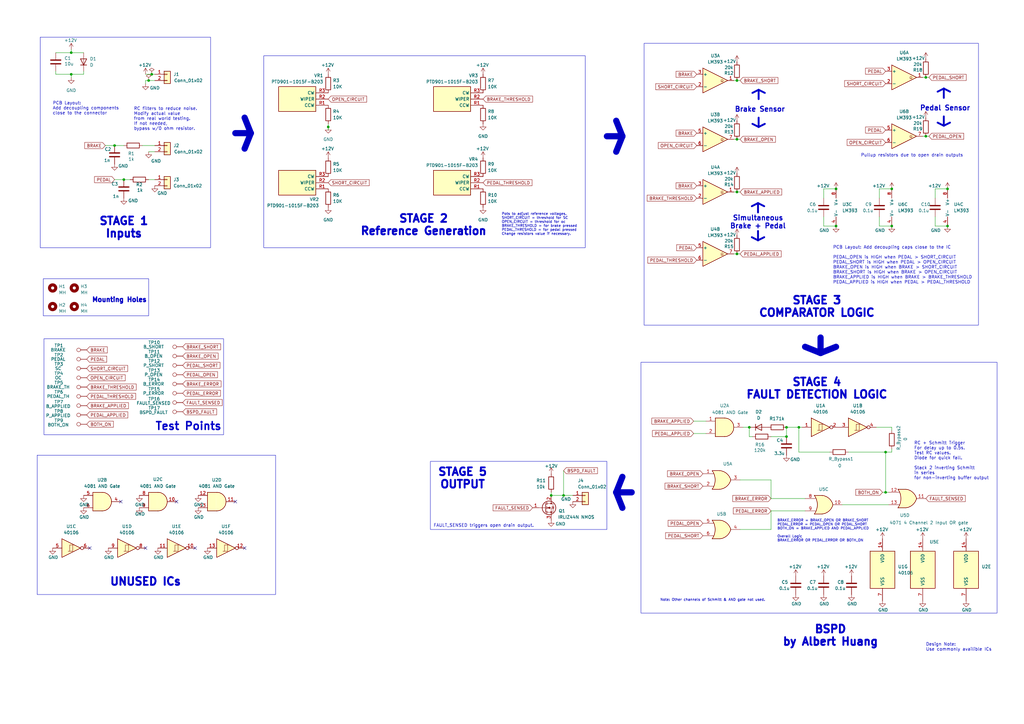
<source format=kicad_sch>
(kicad_sch (version 20250114) (generator "eeschema") (generator_version "9.0")
  (paper "A3")
  (rectangle (start 17.78 114.3) (end 60.96 129.54))
  (rectangle (start 176.53 189.23) (end 248.92 217.17))
  (rectangle (start 16.51 15.24) (end 86.36 101.6))
  (rectangle (start 264.16 17.78) (end 401.32 133.35))
  (rectangle (start 108.204 22.86) (end 240.03 101.6))
  (rectangle (start 262.89 148.59) (end 408.94 251.46))
  (rectangle (start 15.24 186.69) (end 113.03 243.84))
  (rectangle (start 18.034 138.938) (end 91.694 178.308))
  (text "STAGE 2\nReference Generation" (at 173.736 96.774 0) (effects (font (size 3.175 3.175) (thickness 0.762) (bold yes)) (justify bottom)))
  (text "STAGE 3\nCOMPARATOR LOGIC" (at 335.026 130.302 0) (effects (font (size 3.175 3.175) (thickness 0.762) (bold yes)) (justify bottom)))
  (text "Mounting Holes" (at 37.592 124.206 0) (effects (font (size 1.905 1.905) (thickness 0.635) (bold yes)) (justify left bottom)))
  (text "RC filters to reduce noise.\nModify actual value \nfrom real world testing.\nIf not needed, \nbypass w/0 ohm resistor." (at 54.864 48.768 0) (effects (font (size 1.27 1.27)) (justify left)))
  (text "PCB Layout: \nAdd decoupling components\nclose to the connector" (at 21.59 44.45 0) (effects (font (size 1.27 1.27)) (justify left)))
  (text "Note: Other channels of Schmitt & AND gate not used." (at 270.764 246.126 0) (effects (font (size 1.016 1.016)) (justify left)))
  (text "Pedal Sensor" (at 377.19 44.45 0) (effects (font (size 2.032 2.032) (thickness 0.4064) (bold yes)) (justify left)))
  (text "STAGE 1\nInputs" (at 50.8 97.79 0) (effects (font (size 3.175 3.175) (thickness 0.762) (bold yes)) (justify bottom)))
  (text "UNUSED ICs" (at 59.69 240.538 0) (effects (font (size 3.175 3.175) (thickness 0.762) (bold yes)) (justify bottom)))
  (text "BRAKE_ERROR = BRAKE_OPEN OR BRAKE_SHORT\nPEDAL_ERROR = PEDAL_OPEN OR PEDAL_SHORT\nBOTH_ON = BRAKE_APPLIED AND PEDAL_APPLIED\n\nOverall Logic\nBRAKE_ERROR OR PEDAL_ERROR OR BOTH_ON" (at 318.77 217.678 0) (effects (font (size 1.016 1.016)) (justify left)))
  (text "Pots to adjust reference voltages.\nSHORT_CIRCUIT = threshold for SC\nOPEN_CIRCUIT = threshold for oc\nBRAKE_THRESHOLD = for brake pressed\nPEDAL_THRESHOLD = for pedal pressed\nChange resistors value if necessary." (at 205.74 91.948 0) (effects (font (size 1.016 1.016)) (justify left)))
  (text "RC + Schmitt Trigger\nFor delay up to 0.5s.\nTest RC values.\nDiode for quick fall.\n\nStack 2 inverting Schmitt \nin series \nfor non-inverting buffer output" (at 374.904 188.976 0) (effects (font (size 1.27 1.27)) (justify left)))
  (text "Test Points" (at 63.5 176.784 0) (effects (font (size 3.175 3.175) (thickness 0.635) (bold yes)) (justify left bottom)))
  (text "STAGE 4\nFAULT DETECTION LOGIC" (at 335.026 163.83 0) (effects (font (size 3.175 3.175) (thickness 0.762) (bold yes)) (justify bottom)))
  (text "STAGE 5\nOUTPUT" (at 189.738 200.66 0) (effects (font (size 3.175 3.175) (thickness 0.762) (bold yes)) (justify bottom)))
  (text "PCB Layout: Add decoupling caps close to the IC\n\nPEDAL_OPEN is HIGH when PEDAL > SHORT_CIRCUIT\nPEDAL_SHORT is HIGH when PEDAL > OPEN_CIRCUIT\nBRAKE_OPEN is HIGH when BRAKE > SHORT_CIRCUIT\nBRAKE_SHORT is HIGH when BRAKE > OPEN_CIRCUIT\nBRAKE_APPLIED is HIGH when BRAKE > BRAKE_THRESHOLD\nPEDAL_APPLIED is HIGH when PEDAL > PEDAL_THRESHOLD" (at 341.63 108.712 0) (effects (font (size 1.27 1.27)) (justify left)))
  (text "Pullup resistors due to open drain outputs" (at 353.06 63.754 0) (effects (font (size 1.27 1.27)) (justify left)))
  (text "Design Note:\nUse commonly availible ICs" (at 379.73 265.43 0) (effects (font (size 1.27 1.27)) (justify left)))
  (text "FAULT_SENSED triggers open drain output." (at 177.8 215.646 0) (effects (font (size 1.27 1.27)) (justify left)))
  (text "Brake Sensor" (at 301.244 44.958 0) (effects (font (size 2.032 2.032) (thickness 0.4064) (bold yes)) (justify left)))
  (text "BSPD\nby Albert Huang" (at 340.614 265.176 0) (effects (font (size 3.175 3.175) (thickness 0.762) (bold yes)) (justify bottom)))
  (text "Simultaneous\nBrake + Pedal" (at 310.896 91.186 0) (effects (font (size 2.032 2.032) (thickness 0.4064) (bold yes))))
  (junction (at 307.34 175.26))
  (junction (at 302.26 57.15))
  (junction (at 363.22 185.42))
  (junction (at 302.26 78.74))
  (junction (at 50.8 73.66))
  (junction (at 302.26 33.02))
  (junction (at 363.22 201.93))
  (junction (at 134.62 52.07))
  (junction (at 365.76 92.71))
  (junction (at 342.9 77.47))
  (junction (at 29.21 21.59))
  (junction (at 342.9 92.71))
  (junction (at 322.58 175.26))
  (junction (at 226.06 203.2))
  (junction (at 302.26 104.14))
  (junction (at 322.58 179.07))
  (junction (at 379.73 55.88))
  (junction (at 60.96 33.02))
  (junction (at 388.62 92.71))
  (junction (at 365.76 77.47))
  (junction (at 29.21 30.48))
  (junction (at 379.73 31.75))
  (junction (at 231.14 203.2))
  (junction (at 327.66 175.26))
  (junction (at 62.23 30.48))
  (junction (at 46.99 59.69))
  (junction (at 388.62 77.47))
  (no_connect (at 100.33 224.79))
  (no_connect (at 59.69 224.79))
  (no_connect (at 72.39 205.74))
  (no_connect (at 80.01 224.79))
  (no_connect (at 96.52 205.74))
  (no_connect (at 49.53 205.74))
  (no_connect (at 36.83 224.79))
  (wire (pts (xy 34.29 29.21) (xy 34.29 30.48)))
  (wire (pts (xy 59.69 34.29) (xy 59.69 33.02)))
  (wire (pts (xy 322.58 179.07) (xy 316.23 179.07)))
  (polyline (pts (xy 311.15 36.83) (xy 308.61 38.1)) (stroke (width 0.762)))
  (wire (pts (xy 337.82 81.28) (xy 337.82 77.47)))
  (wire (pts (xy 303.53 33.02) (xy 302.26 33.02)))
  (polyline (pts (xy 311.15 48.26) (xy 311.15 52.07)) (stroke (width 0.762)))
  (wire (pts (xy 60.96 73.66) (xy 63.5 73.66)))
  (wire (pts (xy 284.48 172.72) (xy 289.56 172.72)))
  (wire (pts (xy 59.69 33.02) (xy 60.96 33.02)))
  (polyline (pts (xy 310.896 83.312) (xy 308.356 84.582)) (stroke (width 0.762)))
  (wire (pts (xy 46.99 73.66) (xy 50.8 73.66)))
  (wire (pts (xy 29.21 30.48) (xy 22.86 30.48)))
  (wire (pts (xy 322.58 175.26) (xy 322.58 179.07)))
  (wire (pts (xy 327.66 185.42) (xy 327.66 175.26)))
  (polyline (pts (xy 310.896 98.552) (xy 313.436 97.282)) (stroke (width 0.762)))
  (wire (pts (xy 365.76 184.15) (xy 365.76 185.42)))
  (wire (pts (xy 231.14 203.2) (xy 234.95 203.2)))
  (polyline (pts (xy 387.096 36.322) (xy 384.556 37.592)) (stroke (width 0.762)))
  (wire (pts (xy 361.95 201.93) (xy 363.22 201.93)))
  (wire (pts (xy 302.26 78.74) (xy 300.99 78.74)))
  (polyline (pts (xy 100.33 60.96) (xy 102.87 54.61)) (stroke (width 2.54)))
  (polyline (pts (xy 308.61 50.8) (xy 311.15 52.07)) (stroke (width 0.762)))
  (polyline (pts (xy 255.27 55.88) (xy 252.73 49.53)) (stroke (width 2.54)))
  (wire (pts (xy 383.54 77.47) (xy 388.62 77.47)))
  (wire (pts (xy 360.68 92.71) (xy 365.76 92.71)))
  (wire (pts (xy 29.21 30.48) (xy 34.29 30.48)))
  (polyline (pts (xy 387.096 51.562) (xy 389.636 50.292)) (stroke (width 0.762)))
  (wire (pts (xy 379.73 55.88) (xy 378.46 55.88)))
  (wire (pts (xy 337.82 88.9) (xy 337.82 92.71)))
  (wire (pts (xy 379.73 31.75) (xy 378.46 31.75)))
  (polyline (pts (xy 310.896 94.742) (xy 310.896 98.552)) (stroke (width 0.762)))
  (wire (pts (xy 316.23 217.17) (xy 303.53 217.17)))
  (wire (pts (xy 360.68 88.9) (xy 360.68 92.71)))
  (wire (pts (xy 134.62 52.07) (xy 134.62 53.34)))
  (polyline (pts (xy 308.356 97.282) (xy 310.896 98.552)) (stroke (width 0.762)))
  (polyline (pts (xy 252.73 62.23) (xy 255.27 55.88)) (stroke (width 2.54)))
  (wire (pts (xy 360.68 77.47) (xy 365.76 77.47)))
  (polyline (pts (xy 259.08 201.93) (xy 252.73 201.93)) (stroke (width 2.54)))
  (polyline (pts (xy 311.15 52.07) (xy 313.69 50.8)) (stroke (width 0.762)))
  (wire (pts (xy 60.96 33.02) (xy 63.5 33.02)))
  (wire (pts (xy 327.66 175.26) (xy 322.58 175.26)))
  (polyline (pts (xy 313.436 84.582) (xy 310.896 83.312)) (stroke (width 0.762)))
  (wire (pts (xy 303.53 78.74) (xy 302.26 78.74)))
  (polyline (pts (xy 330.2 142.24) (xy 336.55 144.78)) (stroke (width 2.54)))
  (wire (pts (xy 381 55.88) (xy 379.73 55.88)))
  (wire (pts (xy 316.23 209.55) (xy 330.2 209.55)))
  (polyline (pts (xy 255.27 208.28) (xy 252.73 201.93)) (stroke (width 2.54)))
  (wire (pts (xy 316.23 204.47) (xy 330.2 204.47)))
  (polyline (pts (xy 387.096 47.752) (xy 387.096 51.562)) (stroke (width 0.762)))
  (wire (pts (xy 302.26 104.14) (xy 300.99 104.14)))
  (polyline (pts (xy 384.556 50.292) (xy 387.096 51.562)) (stroke (width 0.762)))
  (wire (pts (xy 29.21 21.59) (xy 22.86 21.59)))
  (wire (pts (xy 303.53 104.14) (xy 302.26 104.14)))
  (polyline (pts (xy 252.73 201.93) (xy 255.27 195.58)) (stroke (width 2.54)))
  (wire (pts (xy 359.41 175.26) (xy 365.76 175.26)))
  (wire (pts (xy 381 31.75) (xy 379.73 31.75)))
  (wire (pts (xy 307.34 175.26) (xy 307.34 179.07)))
  (wire (pts (xy 226.06 201.93) (xy 226.06 203.2)))
  (wire (pts (xy 347.98 185.42) (xy 363.22 185.42)))
  (polyline (pts (xy 96.52 54.61) (xy 102.87 54.61)) (stroke (width 2.54)))
  (wire (pts (xy 302.26 57.15) (xy 303.53 57.15)))
  (wire (pts (xy 60.96 62.23) (xy 63.5 62.23)))
  (wire (pts (xy 43.18 59.69) (xy 46.99 59.69)))
  (polyline (pts (xy 248.92 55.88) (xy 255.27 55.88)) (stroke (width 2.54)))
  (wire (pts (xy 316.23 196.85) (xy 303.53 196.85)))
  (wire (pts (xy 337.82 77.47) (xy 342.9 77.47)))
  (wire (pts (xy 231.14 193.04) (xy 231.14 203.2)))
  (wire (pts (xy 383.54 81.28) (xy 383.54 77.47)))
  (polyline (pts (xy 102.87 54.61) (xy 100.33 48.26)) (stroke (width 2.54)))
  (wire (pts (xy 316.23 196.85) (xy 316.23 204.47)))
  (wire (pts (xy 29.21 21.59) (xy 34.29 21.59)))
  (polyline (pts (xy 387.096 40.132) (xy 387.096 36.322)) (stroke (width 0.762)))
  (wire (pts (xy 345.44 207.01) (xy 364.49 207.01)))
  (wire (pts (xy 316.23 209.55) (xy 316.23 217.17)))
  (wire (pts (xy 360.68 81.28) (xy 360.68 77.47)))
  (wire (pts (xy 29.21 20.32) (xy 29.21 21.59)))
  (wire (pts (xy 307.34 179.07) (xy 308.61 179.07)))
  (polyline (pts (xy 313.69 38.1) (xy 311.15 36.83)) (stroke (width 0.762)))
  (polyline (pts (xy 336.55 144.78) (xy 342.9 142.24)) (stroke (width 2.54)))
  (wire (pts (xy 337.82 92.71) (xy 342.9 92.71)))
  (polyline (pts (xy 336.55 138.43) (xy 336.55 144.78)) (stroke (width 2.54)))
  (wire (pts (xy 304.8 175.26) (xy 307.34 175.26)))
  (polyline (pts (xy 311.15 40.64) (xy 311.15 36.83)) (stroke (width 0.762)))
  (wire (pts (xy 59.69 30.48) (xy 62.23 30.48)))
  (wire (pts (xy 46.99 59.69) (xy 50.8 59.69)))
  (wire (pts (xy 383.54 92.71) (xy 388.62 92.71)))
  (polyline (pts (xy 310.896 87.122) (xy 310.896 83.312)) (stroke (width 0.762)))
  (wire (pts (xy 226.06 203.2) (xy 231.14 203.2)))
  (wire (pts (xy 340.36 185.42) (xy 327.66 185.42)))
  (wire (pts (xy 284.48 177.8) (xy 289.56 177.8)))
  (wire (pts (xy 62.23 30.48) (xy 63.5 30.48)))
  (polyline (pts (xy 389.636 37.592) (xy 387.096 36.322)) (stroke (width 0.762)))
  (wire (pts (xy 22.86 30.48) (xy 22.86 29.21)))
  (wire (pts (xy 363.22 185.42) (xy 363.22 201.93)))
  (wire (pts (xy 363.22 185.42) (xy 365.76 185.42)))
  (wire (pts (xy 363.22 201.93) (xy 364.49 201.93)))
  (wire (pts (xy 50.8 73.66) (xy 53.34 73.66)))
  (wire (pts (xy 300.99 57.15) (xy 302.26 57.15)))
  (wire (pts (xy 29.21 31.75) (xy 29.21 30.48)))
  (wire (pts (xy 58.42 59.69) (xy 63.5 59.69)))
  (wire (pts (xy 302.26 33.02) (xy 300.99 33.02)))
  (wire (pts (xy 365.76 175.26) (xy 365.76 176.53)))
  (wire (pts (xy 383.54 88.9) (xy 383.54 92.71)))
  (wire (pts (xy 134.62 52.07) (xy 134.62 50.8)))
  (wire (pts (xy 328.93 175.26) (xy 327.66 175.26)))
  (global_label "OPEN_CIRCUIT" (shape input) (at 363.22 58.42 180) (property "Intersheetrefs" "${INTERSHEET_REFS}" (effects (hide yes))))
  (global_label "BRAKE_OPEN" (shape input) (at 74.93 146.05 0) (property "Intersheetrefs" "${INTERSHEET_REFS}" (effects (hide yes))))
  (global_label "FAULT_SENSED" (shape input) (at 379.73 204.47 0) (property "Intersheetrefs" "${INTERSHEET_REFS}" (effects (hide yes))))
  (global_label "BRAKE_APPLIED" (shape input) (at 303.53 78.74 0) (property "Intersheetrefs" "${INTERSHEET_REFS}" (effects (hide yes))))
  (global_label "BRAKE" (shape input) (at 285.75 76.2 180) (property "Intersheetrefs" "${INTERSHEET_REFS}" (effects (hide yes))))
  (global_label "BOTH_ON" (shape input) (at 35.56 173.99 0) (property "Intersheetrefs" "${INTERSHEET_REFS}" (effects (hide yes))))
  (global_label "PEDAL" (shape input) (at 46.99 73.66 180) (property "Intersheetrefs" "${INTERSHEET_REFS}" (effects (hide yes))))
  (global_label "PEDAL" (shape input) (at 285.75 101.6 180) (property "Intersheetrefs" "${INTERSHEET_REFS}" (effects (hide yes))))
  (global_label "BRAKE" (shape input) (at 43.18 59.69 180) (property "Intersheetrefs" "${INTERSHEET_REFS}" (effects (hide yes))))
  (global_label "PEDAL_THRESHOLD" (shape input) (at 35.56 162.56 0) (property "Intersheetrefs" "${INTERSHEET_REFS}" (effects (hide yes))))
  (global_label "BRAKE_THRESHOLD" (shape input) (at 285.75 81.28 180) (property "Intersheetrefs" "${INTERSHEET_REFS}" (effects (hide yes))))
  (global_label "SHORT_CIRCUIT" (shape input) (at 285.75 35.56 180) (property "Intersheetrefs" "${INTERSHEET_REFS}" (effects (hide yes))))
  (global_label "PEDAL_THRESHOLD" (shape input) (at 198.12 74.93 0) (property "Intersheetrefs" "${INTERSHEET_REFS}" (effects (hide yes))))
  (global_label "BRAKE" (shape input) (at 285.75 30.48 180) (property "Intersheetrefs" "${INTERSHEET_REFS}" (effects (hide yes))))
  (global_label "BRAKE_ERROR" (shape input) (at 316.23 204.47 180) (property "Intersheetrefs" "${INTERSHEET_REFS}" (effects (hide yes))))
  (global_label "PEDAL_APPLIED" (shape input) (at 284.48 177.8 180) (property "Intersheetrefs" "${INTERSHEET_REFS}" (effects (hide yes))))
  (global_label "BSPD_FAULT" (shape input) (at 74.93 168.91 0) (property "Intersheetrefs" "${INTERSHEET_REFS}" (effects (hide yes))))
  (global_label "PEDAL" (shape input) (at 363.22 29.21 180) (property "Intersheetrefs" "${INTERSHEET_REFS}" (effects (hide yes))))
  (global_label "PEDAL" (shape input) (at 35.56 147.32 0) (property "Intersheetrefs" "${INTERSHEET_REFS}" (effects (hide yes))))
  (global_label "FAULT_SENSED" (shape input) (at 218.44 208.28 180) (property "Intersheetrefs" "${INTERSHEET_REFS}" (effects (hide yes))))
  (global_label "PEDAL_SHORT" (shape input) (at 288.29 219.71 180) (property "Intersheetrefs" "${INTERSHEET_REFS}" (effects (hide yes))))
  (global_label "SHORT_CIRCUIT" (shape input) (at 35.56 151.13 0) (property "Intersheetrefs" "${INTERSHEET_REFS}" (effects (hide yes))))
  (global_label "OPEN_CIRCUIT" (shape input) (at 134.62 40.64 0) (property "Intersheetrefs" "${INTERSHEET_REFS}" (effects (hide yes))))
  (global_label "BRAKE_OPEN" (shape input) (at 303.53 57.15 0) (property "Intersheetrefs" "${INTERSHEET_REFS}" (effects (hide yes))))
  (global_label "BRAKE_SHORT" (shape input) (at 288.29 199.39 180) (property "Intersheetrefs" "${INTERSHEET_REFS}" (effects (hide yes))))
  (global_label "BRAKE_SHORT" (shape input) (at 303.53 33.02 0) (property "Intersheetrefs" "${INTERSHEET_REFS}" (effects (hide yes))))
  (global_label "BRAKE_APPLIED" (shape input) (at 284.48 172.72 180) (property "Intersheetrefs" "${INTERSHEET_REFS}" (effects (hide yes))))
  (global_label "OPEN_CIRCUIT" (shape input) (at 35.56 154.94 0) (property "Intersheetrefs" "${INTERSHEET_REFS}" (effects (hide yes))))
  (global_label "PEDAL" (shape input) (at 363.22 53.34 180) (property "Intersheetrefs" "${INTERSHEET_REFS}" (effects (hide yes))))
  (global_label "OPEN_CIRCUIT" (shape input) (at 285.75 59.69 180) (property "Intersheetrefs" "${INTERSHEET_REFS}" (effects (hide yes))))
  (global_label "PEDAL_OPEN" (shape input) (at 74.93 153.67 0) (property "Intersheetrefs" "${INTERSHEET_REFS}" (effects (hide yes))))
  (global_label "BRAKE_SHORT" (shape input) (at 74.93 142.24 0) (property "Intersheetrefs" "${INTERSHEET_REFS}" (effects (hide yes))))
  (global_label "BRAKE" (shape input) (at 35.56 143.51 0) (property "Intersheetrefs" "${INTERSHEET_REFS}" (effects (hide yes))))
  (global_label "PEDAL_ERROR" (shape input) (at 316.23 209.55 180) (property "Intersheetrefs" "${INTERSHEET_REFS}" (effects (hide yes))))
  (global_label "BRAKE_OPEN" (shape input) (at 288.29 194.31 180) (property "Intersheetrefs" "${INTERSHEET_REFS}" (effects (hide yes))))
  (global_label "BSPD_FAULT" (shape input) (at 231.14 193.04 0) (property "Intersheetrefs" "${INTERSHEET_REFS}" (effects (hide yes))))
  (global_label "PEDAL_APPLIED" (shape input) (at 303.53 104.14 0) (property "Intersheetrefs" "${INTERSHEET_REFS}" (effects (hide yes))))
  (global_label "PEDAL_SHORT" (shape input) (at 381 31.75 0) (property "Intersheetrefs" "${INTERSHEET_REFS}" (effects (hide yes))))
  (global_label "BRAKE_THRESHOLD" (shape input) (at 35.56 158.75 0) (property "Intersheetrefs" "${INTERSHEET_REFS}" (effects (hide yes))))
  (global_label "BRAKE_ERROR" (shape input) (at 74.93 157.48 0) (property "Intersheetrefs" "${INTERSHEET_REFS}" (effects (hide yes))))
  (global_label "PEDAL_APPLIED" (shape input) (at 35.56 170.18 0) (property "Intersheetrefs" "${INTERSHEET_REFS}" (effects (hide yes))))
  (global_label "PEDAL_OPEN" (shape input) (at 381 55.88 0) (property "Intersheetrefs" "${INTERSHEET_REFS}" (effects (hide yes))))
  (global_label "FAULT_SENSED" (shape input) (at 74.93 165.1 0) (property "Intersheetrefs" "${INTERSHEET_REFS}" (effects (hide yes))))
  (global_label "BRAKE_APPLIED" (shape input) (at 35.56 166.37 0) (property "Intersheetrefs" "${INTERSHEET_REFS}" (effects (hide yes))))
  (global_label "PEDAL_ERROR" (shape input) (at 74.93 161.29 0) (property "Intersheetrefs" "${INTERSHEET_REFS}" (effects (hide yes))))
  (global_label "PEDAL_OPEN" (shape input) (at 288.29 214.63 180) (property "Intersheetrefs" "${INTERSHEET_REFS}" (effects (hide yes))))
  (global_label "BRAKE_THRESHOLD" (shape input) (at 198.12 40.64 0) (property "Intersheetrefs" "${INTERSHEET_REFS}" (effects (hide yes))))
  (global_label "BOTH_ON" (shape input) (at 361.95 201.93 180) (property "Intersheetrefs" "${INTERSHEET_REFS}" (effects (hide yes))))
  (global_label "PEDAL_THRESHOLD" (shape input) (at 285.75 106.68 180) (property "Intersheetrefs" "${INTERSHEET_REFS}" (effects (hide yes))))
  (global_label "SHORT_CIRCUIT" (shape input) (at 134.62 74.93 0) (property "Intersheetrefs" "${INTERSHEET_REFS}" (effects (hide yes))))
  (global_label "SHORT_CIRCUIT" (shape input) (at 363.22 34.29 180) (property "Intersheetrefs" "${INTERSHEET_REFS}" (effects (hide yes))))
  (global_label "PEDAL_SHORT" (shape input) (at 74.93 149.86 0) (property "Intersheetrefs" "${INTERSHEET_REFS}" (effects (hide yes))))
  (global_label "BRAKE" (shape input) (at 285.75 54.61 180) (property "Intersheetrefs" "${INTERSHEET_REFS}" (effects (hide yes))))
  (symbol (lib_id "Device:R") (at 302.26 53.34 180) (unit 1)
    (property "Reference" "R13" (at 298.958 54.102 0))
    (property "Value" "20k" (at 298.958 51.816 0))
    (property "Footprint" "Resistor_SMD:R_0603_1608Metric" (effects (hide yes)))
  )
  (symbol (lib_id "power:GND") (at 81.28 208.28 0) (unit 1)
    (property "Reference" "#PWR017" (effects (hide yes)))
    (property "Value" "GND" (at 81.534 212.09 0))
  )
  (symbol (lib_id "4xxx:4071") (at 295.91 196.85 0) (unit 1)
    (property "Reference" "U5" (at 298.45 190.246 0))
    (property "Value" "4071 4 Channel 2 Input OR gate" (effects (hide yes)))
    (property "Footprint" "Package_DIP:DIP-14_W7.62mm_Socket" (effects (hide yes)))
    (property "Datasheet" "http://www.intersil.com/content/dam/Intersil/documents/cd40/cd4071bms-72bms-75bms.pdf" (effects (hide yes)))
    (property "Description" "Quad Or 2 inputs" (effects (hide yes)))
  )
  (symbol (lib_id "power:GND") (at 322.58 186.69 0) (unit 1)
    (property "Reference" "#PWR034" (effects (hide yes)))
    (property "Value" "GND" (at 326.136 188.468 0))
  )
  (symbol (lib_id "Device:R") (at 365.76 180.34 180) (unit 1)
    (property "Reference" "R_Bypass2" (at 368.554 179.578 90))
    (property "Value" "0" (at 371.348 180.086 90))
    (property "Footprint" "Resistor_SMD:R_0603_1608Metric" (effects (hide yes)))
  )
  (symbol (lib_id "Device:R") (at 302.26 74.93 180) (unit 1)
    (property "Reference" "R14" (at 298.958 75.692 0))
    (property "Value" "20k" (at 298.958 73.406 0))
    (property "Footprint" "Resistor_SMD:R_0603_1608Metric" (effects (hide yes)))
  )
  (symbol (lib_id "Device:R") (at 318.77 175.26 90) (unit 1)
    (property "Reference" "R17" (at 317.5 171.704 90))
    (property "Value" "1k" (at 320.548 171.704 90))
    (property "Footprint" "Resistor_SMD:R_0603_1608Metric" (effects (hide yes)))
  )
  (symbol (lib_id "Connector:TestPoint") (at 74.93 146.05 90) (unit 1)
    (property "Reference" "TP11" (at 63.246 144.272 90))
    (property "Value" "B_OPEN" (at 62.992 146.05 90))
    (property "Footprint" "TestPoint:TestPoint_Pad_D2.5mm" (effects (hide yes)))
    (property "Description" "test point" (effects (hide yes)))
  )
  (symbol (lib_id "power:+12V") (at 379.73 24.13 0) (mirror y) (unit 1)
    (property "Reference" "#PWR049" (effects (hide yes)))
    (property "Value" "+12V" (at 376.682 23.876 0))
  )
  (symbol (lib_id "power:GND") (at 198.12 85.09 0) (unit 1)
    (property "Reference" "#PWR026" (effects (hide yes)))
    (property "Value" "GND" (at 198.12 90.17 0))
  )
  (symbol (lib_id "Connector_Generic:Conn_01x02") (at 240.03 203.2 0) (unit 1)
    (property "Reference" "J4" (at 236.982 197.104 0) (effects (justify left)))
    (property "Value" "Conn_01x02" (at 236.982 199.644 0) (effects (justify left)))
    (property "Footprint" "Connector_Molex:Molex_CLIK-Mate_502382-0270_1x02-1MP_P1.25mm_Vertical" (effects (hide yes)))
  )
  (symbol (lib_id "Connector:TestPoint") (at 35.56 143.51 90) (unit 1)
    (property "Reference" "TP1" (at 24.13 141.732 90))
    (property "Value" "BRAKE" (at 23.876 143.51 90))
    (property "Footprint" "TestPoint:TestPoint_Pad_D2.5mm" (effects (hide yes)))
    (property "Description" "test point" (effects (hide yes)))
  )
  (symbol (lib_id "Connector:TestPoint") (at 74.93 153.67 90) (unit 1)
    (property "Reference" "TP13" (at 63.246 151.892 90))
    (property "Value" "P_OPEN" (at 62.992 153.67 90))
    (property "Footprint" "TestPoint:TestPoint_Pad_D2.5mm" (effects (hide yes)))
    (property "Description" "test point" (effects (hide yes)))
  )
  (symbol (lib_id "power:+12V") (at 365.76 77.47 0) (mirror y) (unit 1)
    (property "Reference" "#PWR045" (effects (hide yes)))
    (property "Value" "+12V" (at 360.426 76.2 0))
  )
  (symbol (lib_id "PTD901-1015F-B203:PTD901-1015F-B203") (at 134.62 38.1 0) (mirror y) (unit 1)
    (property "Reference" "VR1" (at 132.588 30.988 0) (effects (justify left)))
    (property "Value" "PTD901-1015F-B203" (at 132.588 33.528 0) (effects (justify left)))
    (property "Footprint" "Potentiometer_THT:PTD9011015FB203" (effects (hide yes)))
    (property "Datasheet" "https://www.digikey.ph/en/products/detail/bourns-inc/PTD901-1015F-B203/4699444" (effects (hide yes)))
    (property "Description" "Res Carbon Film POT 20K Ohm 10% 0.05W(1/20W) 1(Elec)/1(Mech)Turns 6mm (22.05 X 9.5 X 11.3mm) Pin Panel Mount/Through Hole" (effects (hide yes)))
    (property "Height" "11.9" (effects (hide yes)))
    (property "Mouser Part Number" "652-PTD901-1015FB203" (effects (hide yes)))
    (property "Mouser Price/Stock" "https://www.mouser.co.uk/ProductDetail/Bourns/PTD901-1015F-B203?qs=kWCfjVKDuI2E4NFIGwREVA%3D%3D" (effects (hide yes)))
    (property "Manufacturer_Name" "Bourns" (effects (hide yes)))
    (property "Manufacturer_Part_Number" "PTD901-1015F-B203" (effects (hide yes)))
  )
  (symbol (lib_id "Connector:TestPoint") (at 74.93 157.48 90) (unit 1)
    (property "Reference" "TP14" (at 63.246 155.702 90))
    (property "Value" "B_ERROR" (at 62.992 157.48 90))
    (property "Footprint" "TestPoint:TestPoint_Pad_D2.5mm" (effects (hide yes)))
    (property "Description" "test point" (effects (hide yes)))
  )
  (symbol (lib_id "4xxx:4081") (at 297.18 175.26 0) (unit 1)
    (property "Reference" "U2" (at 297.1717 166.37 0))
    (property "Value" "4081 AND Gate" (at 299.466 169.164 0))
    (property "Footprint" "Package_DIP:DIP-14_W7.62mm_Socket" (effects (hide yes)))
    (property "Datasheet" "http://www.intersil.com/content/dam/Intersil/documents/cd40/cd4073bms-81bms-82bms.pdf" (effects (hide yes)))
    (property "Description" "Quad And 2 inputs" (effects (hide yes)))
  )
  (symbol (lib_id "Comparator:LM393") (at 293.37 33.02 0) (unit 1)
    (property "Reference" "U3" (at 293.37 22.86 0))
    (property "Value" "LM393" (at 293.37 25.4 0))
    (property "Footprint" "Package_DIP:DIP-8_W7.62mm_Socket" (effects (hide yes)))
    (property "Datasheet" "http://www.ti.com/lit/ds/symlink/lm393.pdf" (effects (hide yes)))
    (property "Description" "Low-Power, Low-Offset Voltage, Dual Comparators, DIP-8/SOIC-8/TO-99-8" (effects (hide yes)))
  )
  (symbol (lib_id "Device:D") (at 311.15 175.26 0) (unit 1)
    (property "Reference" "D2" (at 311.15 168.91 0))
    (property "Value" "D" (at 311.15 171.45 0))
    (property "Footprint" "Diode_SMD:D_0603_1608Metric" (effects (hide yes)))
    (property "Description" "Diode" (effects (hide yes)))
    (property "Sim.Device" "D" (effects (hide yes)))
    (property "Sim.Pins" "1=K 2=A" (effects (hide yes)))
  )
  (symbol (lib_id "Mechanical:MountingHole") (at 21.59 125.73 0) (unit 1)
    (property "Reference" "H2" (at 24.13 125.095 0) (effects (justify left)))
    (property "Value" "MH" (at 24.13 127.635 0) (effects (justify left)))
    (property "Footprint" "MountingHole:MountingHole_3mm" (effects (hide yes)))
  )
  (symbol (lib_id "Device:R") (at 198.12 46.99 0) (unit 1)
    (property "Reference" "R8" (at 200.025 45.7199 0) (effects (justify left)))
    (property "Value" "10K" (at 200.025 48.2599 0) (effects (justify left)))
    (property "Footprint" "Resistor_SMD:R_0603_1608Metric" (effects (hide yes)))
  )
  (symbol (lib_id "Device:D") (at 34.29 25.4 90) (unit 1)
    (property "Reference" "D1" (at 36.83 24.1299 90) (effects (justify right)))
    (property "Value" "D" (at 36.83 26.6699 90) (effects (justify right)))
    (property "Footprint" "Diode_SMD:D_0603_1608Metric" (effects (hide yes)))
    (property "Description" "Diode" (effects (hide yes)))
    (property "Sim.Device" "D" (effects (hide yes)))
    (property "Sim.Pins" "1=K 2=A" (effects (hide yes)))
  )
  (symbol (lib_id "power:GND") (at 361.95 246.38 0) (unit 1)
    (property "Reference" "#PWR044" (effects (hide yes)))
    (property "Value" "GND" (at 362.204 250.19 0))
  )
  (symbol (lib_id "PTD901-1015F-B203:PTD901-1015F-B203") (at 134.62 72.39 0) (mirror y) (unit 1)
    (property "Reference" "VR2" (at 130.81 81.788 0) (effects (justify left)))
    (property "Value" "PTD901-1015F-B203" (at 130.81 84.328 0) (effects (justify left)))
    (property "Footprint" "Potentiometer_THT:PTD9011015FB203" (effects (hide yes)))
    (property "Datasheet" "https://www.digikey.ph/en/products/detail/bourns-inc/PTD901-1015F-B203/4699444" (effects (hide yes)))
    (property "Description" "Res Carbon Film POT 20K Ohm 10% 0.05W(1/20W) 1(Elec)/1(Mech)Turns 6mm (22.05 X 9.5 X 11.3mm) Pin Panel Mount/Through Hole" (effects (hide yes)))
    (property "Height" "11.9" (effects (hide yes)))
    (property "Mouser Part Number" "652-PTD901-1015FB203" (effects (hide yes)))
    (property "Mouser Price/Stock" "https://www.mouser.co.uk/ProductDetail/Bourns/PTD901-1015F-B203?qs=kWCfjVKDuI2E4NFIGwREVA%3D%3D" (effects (hide yes)))
    (property "Manufacturer_Name" "Bourns" (effects (hide yes)))
    (property "Manufacturer_Part_Number" "PTD901-1015F-B203" (effects (hide yes)))
  )
  (symbol (lib_id "power:GND") (at 388.62 92.71 0) (mirror y) (unit 1)
    (property "Reference" "#PWR052" (effects (hide yes)))
    (property "Value" "GND" (at 383.794 94.488 0))
  )
  (symbol (lib_id "Device:R") (at 198.12 81.28 0) (unit 1)
    (property "Reference" "R10" (at 200.025 80.0099 0) (effects (justify left)))
    (property "Value" "10K" (at 200.025 82.5499 0) (effects (justify left)))
    (property "Footprint" "Resistor_SMD:R_0603_1608Metric" (effects (hide yes)))
  )
  (symbol (lib_id "power:+12V") (at 302.26 25.4 0) (mirror y) (unit 1)
    (property "Reference" "#PWR030" (effects (hide yes)))
    (property "Value" "+12V" (at 299.212 25.146 0))
  )
  (symbol (lib_id "power:GND") (at 337.82 243.84 0) (unit 1)
    (property "Reference" "#PWR038" (effects (hide yes)))
    (property "Value" "GND" (at 338.074 247.65 0))
  )
  (symbol (lib_id "Device:R") (at 302.26 29.21 180) (unit 1)
    (property "Reference" "R12" (at 298.958 29.972 0))
    (property "Value" "20k" (at 298.958 27.686 0))
    (property "Footprint" "Resistor_SMD:R_0603_1608Metric" (effects (hide yes)))
  )
  (symbol (lib_id "power:GND") (at 85.09 224.79 0) (unit 1)
    (property "Reference" "#PWR018" (effects (hide yes)))
    (property "Value" "GND" (at 85.344 228.6 0))
  )
  (symbol (lib_id "Comparator:LM393") (at 293.37 78.74 0) (unit 1)
    (property "Reference" "U4" (at 293.37 68.58 0))
    (property "Value" "LM393" (at 293.37 71.12 0))
    (property "Footprint" "Package_DIP:DIP-8_W7.62mm_Socket" (effects (hide yes)))
    (property "Datasheet" "http://www.ti.com/lit/ds/symlink/lm393.pdf" (effects (hide yes)))
    (property "Description" "Low-Power, Low-Offset Voltage, Dual Comparators, DIP-8/SOIC-8/TO-99-8" (effects (hide yes)))
  )
  (symbol (lib_id "power:GND") (at 50.8 81.28 0) (mirror y) (unit 1)
    (property "Reference" "#PWR08" (effects (hide yes)))
    (property "Value" "GND" (at 54.61 82.296 0))
  )
  (symbol (lib_id "power:GND") (at 57.15 208.28 0) (unit 1)
    (property "Reference" "#PWR010" (effects (hide yes)))
    (property "Value" "GND" (at 57.404 210.82 0))
  )
  (symbol (lib_id "power:GND") (at 21.59 224.79 0) (unit 1)
    (property "Reference" "#PWR01" (effects (hide yes)))
    (property "Value" "GND" (at 21.844 228.6 0))
  )
  (symbol (lib_id "power:+12V") (at 59.69 30.48 0) (mirror y) (unit 1)
    (property "Reference" "#PWR011" (effects (hide yes)))
    (property "Value" "+12V" (at 59.436 26.67 0))
  )
  (symbol (lib_id "4xxx:4071") (at 378.46 233.68 0) (unit 5)
    (property "Reference" "U5" (at 381.254 222.25 0) (effects (justify left)))
    (property "Value" "4071 4 Channel 2 Input OR gate" (effects (hide yes)))
    (property "Footprint" "Package_DIP:DIP-14_W7.62mm_Socket" (effects (hide yes)))
    (property "Datasheet" "http://www.intersil.com/content/dam/Intersil/documents/cd40/cd4071bms-72bms-75bms.pdf" (effects (hide yes)))
    (property "Description" "Quad Or 2 inputs" (effects (hide yes)))
  )
  (symbol (lib_id "Device:C") (at 46.99 63.5 0) (unit 1)
    (property "Reference" "C2" (at 42.926 61.214 0) (effects (justify left)))
    (property "Value" "1n" (at 42.672 65.786 0) (effects (justify left)))
    (property "Footprint" "Capacitor_SMD:C_0603_1608Metric" (effects (hide yes)))
  )
  (symbol (lib_id "power:GND") (at 34.29 203.2 0) (unit 1)
    (property "Reference" "#PWR04" (effects (hide yes)))
    (property "Value" "GND" (at 34.544 207.01 0))
  )
  (symbol (lib_id "power:+12V") (at 198.12 64.77 0) (mirror y) (unit 1)
    (property "Reference" "#PWR025" (effects (hide yes)))
    (property "Value" "+12V" (at 197.866 60.96 0))
  )
  (symbol (lib_id "4xxx:4081") (at 396.24 233.68 0) (unit 5)
    (property "Reference" "U2" (at 402.59 232.4099 0) (effects (justify left)))
    (property "Value" "4081 AND Gate" (effects (hide yes)))
    (property "Footprint" "Package_DIP:DIP-14_W7.62mm_Socket" (effects (hide yes)))
    (property "Datasheet" "http://www.intersil.com/content/dam/Intersil/documents/cd40/cd4073bms-81bms-82bms.pdf" (effects (hide yes)))
    (property "Description" "Quad And 2 inputs" (effects (hide yes)))
  )
  (symbol (lib_id "power:PWR_FLAG") (at 62.23 30.48 0) (mirror y) (unit 1)
    (property "Reference" "#FLG02" (effects (hide yes)))
    (property "Value" "PWR_FLAG" (effects (hide yes)))
  )
  (symbol (lib_id "Comparator:LM393") (at 293.37 57.15 0) (unit 2)
    (property "Reference" "U3" (at 293.37 46.99 0))
    (property "Value" "LM393" (at 293.37 49.53 0))
    (property "Footprint" "Package_DIP:DIP-8_W7.62mm_Socket" (effects (hide yes)))
    (property "Datasheet" "http://www.ti.com/lit/ds/symlink/lm393.pdf" (effects (hide yes)))
    (property "Description" "Low-Power, Low-Offset Voltage, Dual Comparators, DIP-8/SOIC-8/TO-99-8" (effects (hide yes)))
  )
  (symbol (lib_id "Device:R") (at 54.61 59.69 90) (unit 1)
    (property "Reference" "R1" (at 53.848 62.992 90))
    (property "Value" "1k" (at 53.848 65.278 90))
    (property "Footprint" "Resistor_SMD:R_0603_1608Metric" (effects (hide yes)))
  )
  (symbol (lib_id "power:+12V") (at 302.26 96.52 0) (mirror y) (unit 1)
    (property "Reference" "#PWR033" (effects (hide yes)))
    (property "Value" "+12V" (at 299.212 96.266 0))
  )
  (symbol (lib_id "power:+12V") (at 134.62 64.77 0) (mirror y) (unit 1)
    (property "Reference" "#PWR021" (effects (hide yes)))
    (property "Value" "+12V" (at 134.366 60.96 0))
  )
  (symbol (lib_id "Connector:TestPoint") (at 35.56 173.99 90) (unit 1)
    (property "Reference" "TP9" (at 24.13 172.466 90))
    (property "Value" "BOTH_ON" (at 23.876 174.244 90))
    (property "Footprint" "TestPoint:TestPoint_Pad_D2.5mm" (effects (hide yes)))
    (property "Description" "test point" (effects (hide yes)))
  )
  (symbol (lib_id "Comparator:LM393") (at 370.84 55.88 0) (unit 2)
    (property "Reference" "U6" (at 370.84 45.72 0))
    (property "Value" "LM393" (at 370.84 48.26 0))
    (property "Footprint" "Package_DIP:DIP-8_W7.62mm_Socket" (effects (hide yes)))
    (property "Datasheet" "http://www.ti.com/lit/ds/symlink/lm393.pdf" (effects (hide yes)))
    (property "Description" "Low-Power, Low-Offset Voltage, Dual Comparators, DIP-8/SOIC-8/TO-99-8" (effects (hide yes)))
  )
  (symbol (lib_id "Comparator:LM393") (at 293.37 104.14 0) (unit 2)
    (property "Reference" "U4" (at 293.37 93.98 0))
    (property "Value" "LM393" (at 293.37 96.52 0))
    (property "Footprint" "Package_DIP:DIP-8_W7.62mm_Socket" (effects (hide yes)))
    (property "Datasheet" "http://www.ti.com/lit/ds/symlink/lm393.pdf" (effects (hide yes)))
    (property "Description" "Low-Power, Low-Offset Voltage, Dual Comparators, DIP-8/SOIC-8/TO-99-8" (effects (hide yes)))
  )
  (symbol (lib_id "Connector:TestPoint") (at 35.56 158.75 90) (unit 1)
    (property "Reference" "TP5" (at 24.13 156.972 90))
    (property "Value" "BRAKE_TH" (at 23.876 158.75 90))
    (property "Footprint" "TestPoint:TestPoint_Pad_D2.5mm" (effects (hide yes)))
    (property "Description" "test point" (effects (hide yes)))
  )
  (symbol (lib_id "Connector:TestPoint") (at 35.56 151.13 90) (unit 1)
    (property "Reference" "TP3" (at 24.13 149.352 90))
    (property "Value" "SC" (at 23.876 151.13 90))
    (property "Footprint" "TestPoint:TestPoint_Pad_D2.5mm" (effects (hide yes)))
    (property "Description" "test point" (effects (hide yes)))
  )
  (symbol (lib_id "4xxx:40106") (at 351.79 175.26 0) (unit 2)
    (property "Reference" "U1" (at 351.79 166.37 0))
    (property "Value" "40106" (at 351.79 168.91 0))
    (property "Footprint" "Package_DIP:DIP-14_W7.62mm_Socket" (effects (hide yes)))
    (property "Datasheet" "https://assets.nexperia.com/documents/data-sheet/HEF40106B.pdf" (effects (hide yes)))
    (property "Description" "Hex Schmitt trigger inverter" (effects (hide yes)))
  )
  (symbol (lib_id "power:PWR_FLAG") (at 60.96 33.02 0) (mirror y) (unit 1)
    (property "Reference" "#FLG01" (effects (hide yes)))
    (property "Value" "PWR_FLAG" (effects (hide yes)))
  )
  (symbol (lib_id "Device:R") (at 57.15 73.66 90) (unit 1)
    (property "Reference" "R2" (at 57.15 75.692 90))
    (property "Value" "1k" (at 57.404 77.978 90))
    (property "Footprint" "Resistor_SMD:R_0603_1608Metric" (effects (hide yes)))
  )
  (symbol (lib_id "Device:R") (at 134.62 34.29 0) (unit 1)
    (property "Reference" "R3" (at 136.525 33.0199 0) (effects (justify left)))
    (property "Value" "10K" (at 136.525 35.5599 0) (effects (justify left)))
    (property "Footprint" "Resistor_SMD:R_0603_1608Metric" (effects (hide yes)))
  )
  (symbol (lib_id "power:GND") (at 365.76 92.71 0) (mirror y) (unit 1)
    (property "Reference" "#PWR046" (effects (hide yes)))
    (property "Value" "GND" (at 360.934 94.488 0))
  )
  (symbol (lib_id "4xxx:4071") (at 372.11 204.47 0) (unit 4)
    (property "Reference" "U5" (at 371.094 211.328 0))
    (property "Value" "4071 4 Channel 2 Input OR gate" (at 381 214.376 0))
    (property "Footprint" "Package_DIP:DIP-14_W7.62mm_Socket" (effects (hide yes)))
    (property "Datasheet" "http://www.intersil.com/content/dam/Intersil/documents/cd40/cd4071bms-72bms-75bms.pdf" (effects (hide yes)))
    (property "Description" "Quad Or 2 inputs" (effects (hide yes)))
  )
  (symbol (lib_id "power:+12V") (at 388.62 77.47 0) (mirror y) (unit 1)
    (property "Reference" "#PWR051" (effects (hide yes)))
    (property "Value" "+12V" (at 383.286 76.2 0))
  )
  (symbol (lib_id "power:GND") (at 63.5 76.2 0) (unit 1)
    (property "Reference" "#PWR014" (effects (hide yes)))
    (property "Value" "GND" (at 66.548 79.248 0))
  )
  (symbol (lib_id "4xxx:40106") (at 361.95 233.68 0) (unit 7)
    (property "Reference" "U1" (at 368.3 232.4099 0) (effects (justify left)))
    (property "Value" "40106" (at 368.3 234.9499 0) (effects (justify left)))
    (property "Footprint" "Package_DIP:DIP-14_W7.62mm_Socket" (effects (hide yes)))
    (property "Datasheet" "https://assets.nexperia.com/documents/data-sheet/HEF40106B.pdf" (effects (hide yes)))
    (property "Description" "Hex Schmitt trigger inverter" (effects (hide yes)))
  )
  (symbol (lib_id "power:+12V") (at 302.26 49.53 0) (mirror y) (unit 1)
    (property "Reference" "#PWR031" (effects (hide yes)))
    (property "Value" "+12V" (at 299.212 49.276 0))
  )
  (symbol (lib_id "Connector:TestPoint") (at 74.93 149.86 90) (unit 1)
    (property "Reference" "TP12" (at 63.246 148.082 90))
    (property "Value" "P_SHORT" (at 62.992 149.86 90))
    (property "Footprint" "TestPoint:TestPoint_Pad_D2.5mm" (effects (hide yes)))
    (property "Description" "test point" (effects (hide yes)))
  )
  (symbol (lib_id "Connector:TestPoint") (at 35.56 170.18 90) (unit 1)
    (property "Reference" "TP8" (at 24.13 168.656 90))
    (property "Value" "P_APPLIED" (at 23.876 170.434 90))
    (property "Footprint" "TestPoint:TestPoint_Pad_D2.5mm" (effects (hide yes)))
    (property "Description" "test point" (effects (hide yes)))
  )
  (symbol (lib_id "4xxx:4071") (at 295.91 217.17 0) (unit 2)
    (property "Reference" "U5" (at 295.91 210.82 0))
    (property "Value" "4071 4 Channel 2 Input OR gate" (effects (hide yes)))
    (property "Footprint" "Package_DIP:DIP-14_W7.62mm_Socket" (effects (hide yes)))
    (property "Datasheet" "http://www.intersil.com/content/dam/Intersil/documents/cd40/cd4071bms-72bms-75bms.pdf" (effects (hide yes)))
    (property "Description" "Quad Or 2 inputs" (effects (hide yes)))
  )
  (symbol (lib_id "Comparator:LM393") (at 345.44 85.09 0) (unit 3)
    (property "Reference" "U3" (at 345.44 83.8199 0) (effects (justify left)))
    (property "Value" "LM393" (at 345.44 86.3599 0) (effects (justify left)))
    (property "Footprint" "Package_DIP:DIP-8_W7.62mm_Socket" (effects (hide yes)))
    (property "Datasheet" "http://www.ti.com/lit/ds/symlink/lm393.pdf" (effects (hide yes)))
    (property "Description" "Low-Power, Low-Offset Voltage, Dual Comparators, DIP-8/SOIC-8/TO-99-8" (effects (hide yes)))
  )
  (symbol (lib_id "power:GND") (at 134.62 85.09 0) (unit 1)
    (property "Reference" "#PWR022" (effects (hide yes)))
    (property "Value" "GND" (at 134.62 90.17 0))
  )
  (symbol (lib_id "Device:R") (at 134.62 68.58 0) (unit 1)
    (property "Reference" "R5" (at 136.525 67.3099 0) (effects (justify left)))
    (property "Value" "10K" (at 136.525 69.8499 0) (effects (justify left)))
    (property "Footprint" "Resistor_SMD:R_0603_1608Metric" (effects (hide yes)))
  )
  (symbol (lib_id "4xxx:40106") (at 29.21 224.79 0) (unit 3)
    (property "Reference" "U1" (at 29.21 215.9 0))
    (property "Value" "40106" (at 29.21 218.44 0))
    (property "Footprint" "Package_DIP:DIP-14_W7.62mm_Socket" (effects (hide yes)))
    (property "Datasheet" "https://assets.nexperia.com/documents/data-sheet/HEF40106B.pdf" (effects (hide yes)))
    (property "Description" "Hex Schmitt trigger inverter" (effects (hide yes)))
  )
  (symbol (lib_id "Device:R") (at 302.26 100.33 180) (unit 1)
    (property "Reference" "R15" (at 298.958 101.092 0))
    (property "Value" "20k" (at 298.958 98.806 0))
    (property "Footprint" "Resistor_SMD:R_0603_1608Metric" (effects (hide yes)))
  )
  (symbol (lib_id "Device:R") (at 379.73 52.07 180) (unit 1)
    (property "Reference" "R19" (at 376.428 52.832 0))
    (property "Value" "20k" (at 376.428 50.546 0))
    (property "Footprint" "Resistor_SMD:R_0603_1608Metric" (effects (hide yes)))
  )
  (symbol (lib_id "Connector:TestPoint") (at 74.93 142.24 90) (unit 1)
    (property "Reference" "TP10" (at 63.246 140.462 90))
    (property "Value" "B_SHORT" (at 62.992 142.24 90))
    (property "Footprint" "TestPoint:TestPoint_Pad_D2.5mm" (effects (hide yes)))
    (property "Description" "test point" (effects (hide yes)))
  )
  (symbol (lib_id "Connector:TestPoint") (at 35.56 166.37 90) (unit 1)
    (property "Reference" "TP7" (at 24.13 164.846 90))
    (property "Value" "B_APPLIED" (at 23.876 166.624 90))
    (property "Footprint" "TestPoint:TestPoint_Pad_D2.5mm" (effects (hide yes)))
    (property "Description" "test point" (effects (hide yes)))
  )
  (symbol (lib_id "power:+12V") (at 342.9 77.47 0) (mirror y) (unit 1)
    (property "Reference" "#PWR039" (effects (hide yes)))
    (property "Value" "+12V" (at 337.566 76.2 0))
  )
  (symbol (lib_id "Connector:TestPoint") (at 35.56 162.56 90) (unit 1)
    (property "Reference" "TP6" (at 24.13 160.782 90))
    (property "Value" "PEDAL_TH" (at 23.876 162.56 90))
    (property "Footprint" "TestPoint:TestPoint_Pad_D2.5mm" (effects (hide yes)))
    (property "Description" "test point" (effects (hide yes)))
  )
  (symbol (lib_id "4xxx:40106") (at 72.39 224.79 0) (unit 5)
    (property "Reference" "U1" (at 72.39 215.9 0))
    (property "Value" "40106" (at 72.39 218.44 0))
    (property "Footprint" "Package_DIP:DIP-14_W7.62mm_Socket" (effects (hide yes)))
    (property "Datasheet" "https://assets.nexperia.com/documents/data-sheet/HEF40106B.pdf" (effects (hide yes)))
    (property "Description" "Hex Schmitt trigger inverter" (effects (hide yes)))
  )
  (symbol (lib_id "power:GND") (at 198.12 50.8 0) (unit 1)
    (property "Reference" "#PWR024" (effects (hide yes)))
    (property "Value" "GND" (at 198.12 55.88 0))
  )
  (symbol (lib_id "Transistor_FET:IRLIZ44N") (at 223.52 208.28 0) (unit 1)
    (property "Reference" "Q1" (at 229.108 209.55 0) (effects (justify left)))
    (property "Value" "IRLIZ44N NMOS" (at 228.854 212.09 0) (effects (justify left)))
    (property "Footprint" "Package_TO_SOT_THT:TO-220F-3_Vertical" (effects (hide yes)))
    (property "Datasheet" "http://www.irf.com/product-info/datasheets/data/irliz44n.pdf" (effects (hide yes)))
    (property "Description" "30A Id, 55V Vds, 22mOhm Rds, N-Channel HEXFET Power MOSFET, TO-220AB" (effects (hide yes)))
  )
  (symbol (lib_id "power:GND") (at 34.29 208.28 0) (unit 1)
    (property "Reference" "#PWR05" (effects (hide yes)))
    (property "Value" "GND" (at 34.544 212.09 0))
  )
  (symbol (lib_id "power:GND") (at 378.46 246.38 0) (unit 1)
    (property "Reference" "#PWR048" (effects (hide yes)))
    (property "Value" "GND" (at 378.714 250.19 0))
  )
  (symbol (lib_id "power:GND") (at 29.21 31.75 0) (mirror y) (unit 1)
    (property "Reference" "#PWR03" (effects (hide yes)))
    (property "Value" "GND" (at 29.21 37.084 0))
  )
  (symbol (lib_id "power:+12V") (at 361.95 220.98 0) (mirror y) (unit 1)
    (property "Reference" "#PWR043" (effects (hide yes)))
    (property "Value" "+12V" (at 361.696 217.17 0))
  )
  (symbol (lib_id "power:+12V") (at 226.06 194.31 0) (unit 1)
    (property "Reference" "#PWR027" (effects (hide yes)))
    (property "Value" "+12V" (at 226.06 191.135 0))
  )
  (symbol (lib_id "4xxx:40106") (at 52.07 224.79 0) (unit 4)
    (property "Reference" "U1" (at 52.07 215.9 0))
    (property "Value" "40106" (at 52.07 218.44 0))
    (property "Footprint" "Package_DIP:DIP-14_W7.62mm_Socket" (effects (hide yes)))
    (property "Datasheet" "https://assets.nexperia.com/documents/data-sheet/HEF40106B.pdf" (effects (hide yes)))
    (property "Description" "Hex Schmitt trigger inverter" (effects (hide yes)))
  )
  (symbol (lib_id "Connector:TestPoint") (at 35.56 147.32 90) (unit 1)
    (property "Reference" "TP2" (at 24.13 145.542 90))
    (property "Value" "PEDAL" (at 23.876 147.32 90))
    (property "Footprint" "TestPoint:TestPoint_Pad_D2.5mm" (effects (hide yes)))
    (property "Description" "test point" (effects (hide yes)))
  )
  (symbol (lib_id "Comparator:LM393") (at 368.3 85.09 0) (unit 3)
    (property "Reference" "U6" (at 368.3 83.8199 0) (effects (justify left)))
    (property "Value" "LM393" (at 368.3 86.3599 0) (effects (justify left)))
    (property "Footprint" "Package_DIP:DIP-8_W7.62mm_Socket" (effects (hide yes)))
    (property "Datasheet" "http://www.ti.com/lit/ds/symlink/lm393.pdf" (effects (hide yes)))
    (property "Description" "Low-Power, Low-Offset Voltage, Dual Comparators, DIP-8/SOIC-8/TO-99-8" (effects (hide yes)))
  )
  (symbol (lib_id "Connector_Generic:Conn_01x02") (at 68.58 73.66 0) (unit 1)
    (property "Reference" "J3" (at 71.12 73.6599 0) (effects (justify left)))
    (property "Value" "Conn_01x02" (at 71.12 76.1999 0) (effects (justify left)))
    (property "Footprint" "Connector_Molex:Molex_CLIK-Mate_502382-0270_1x02-1MP_P1.25mm_Vertical" (effects (hide yes)))
    (property "Description" "Generic connector, single row, 01x02, script generated (kicad-library-utils/schlib/autogen/connector/)" (effects (hide yes)))
  )
  (symbol (lib_id "4xxx:4081") (at 41.91 205.74 0) (unit 2)
    (property "Reference" "U2" (at 41.9017 196.85 0))
    (property "Value" "4081 AND Gate" (at 41.9017 199.39 0))
    (property "Footprint" "Package_DIP:DIP-14_W7.62mm_Socket" (effects (hide yes)))
    (property "Datasheet" "http://www.intersil.com/content/dam/Intersil/documents/cd40/cd4073bms-81bms-82bms.pdf" (effects (hide yes)))
    (property "Description" "Quad And 2 inputs" (effects (hide yes)))
  )
  (symbol (lib_id "power:GND") (at 326.39 243.84 0) (unit 1)
    (property "Reference" "#PWR036" (effects (hide yes)))
    (property "Value" "GND" (at 326.644 247.65 0))
  )
  (symbol (lib_id "Device:C") (at 383.54 85.09 0) (unit 1)
    (property "Reference" "C10" (at 377.698 83.82 0) (effects (justify left)))
    (property "Value" "0.1u" (at 376.682 86.36 0) (effects (justify left)))
    (property "Footprint" "Capacitor_SMD:C_0603_1608Metric" (effects (hide yes)))
  )
  (symbol (lib_id "Mechanical:MountingHole") (at 30.48 125.73 0) (unit 1)
    (property "Reference" "H4" (at 33.02 125.095 0) (effects (justify left)))
    (property "Value" "MH" (at 33.02 127.635 0) (effects (justify left)))
    (property "Footprint" "MountingHole:MountingHole_3mm" (effects (hide yes)))
  )
  (symbol (lib_id "power:GND") (at 226.06 213.36 0) (unit 1)
    (property "Reference" "#PWR028" (effects (hide yes)))
    (property "Value" "GND" (at 229.87 214.884 0))
  )
  (symbol (lib_id "4xxx:4081") (at 64.77 205.74 0) (unit 3)
    (property "Reference" "U2" (at 64.77 196.596 0))
    (property "Value" "4081 AND Gate" (at 64.7617 199.39 0))
    (property "Footprint" "Package_DIP:DIP-14_W7.62mm_Socket" (effects (hide yes)))
    (property "Datasheet" "http://www.intersil.com/content/dam/Intersil/documents/cd40/cd4073bms-81bms-82bms.pdf" (effects (hide yes)))
    (property "Description" "Quad And 2 inputs" (effects (hide yes)))
  )
  (symbol (lib_id "Device:C") (at 50.8 77.47 0) (unit 1)
    (property "Reference" "C3" (at 45.72 75.438 0) (effects (justify left)))
    (property "Value" "1n" (at 46.228 80.518 0) (effects (justify left)))
    (property "Footprint" "Capacitor_SMD:C_0603_1608Metric" (effects (hide yes)))
  )
  (symbol (lib_id "power:GND") (at 60.96 62.23 0) (unit 1)
    (property "Reference" "#PWR013" (effects (hide yes)))
    (property "Value" "GND" (at 64.008 66.04 0))
  )
  (symbol (lib_id "Device:C") (at 326.39 240.03 0) (unit 1)
    (property "Reference" "C5" (at 320.548 238.76 0) (effects (justify left)))
    (property "Value" "0.1u" (at 319.532 241.3 0) (effects (justify left)))
    (property "Footprint" "Capacitor_SMD:C_0603_1608Metric" (effects (hide yes)))
  )
  (symbol (lib_id "power:+12V") (at 134.62 30.48 0) (mirror y) (unit 1)
    (property "Reference" "#PWR019" (effects (hide yes)))
    (property "Value" "+12V" (at 134.366 26.67 0))
  )
  (symbol (lib_id "Connector:TestPoint") (at 35.56 154.94 90) (unit 1)
    (property "Reference" "TP4" (at 24.13 153.162 90))
    (property "Value" "OC" (at 23.876 154.94 90))
    (property "Footprint" "TestPoint:TestPoint_Pad_D2.5mm" (effects (hide yes)))
    (property "Description" "test point" (effects (hide yes)))
  )
  (symbol (lib_id "power:+12V") (at 29.21 20.32 0) (mirror y) (unit 1)
    (property "Reference" "#PWR02" (effects (hide yes)))
    (property "Value" "+12V" (at 28.956 16.51 0))
  )
  (symbol (lib_id "PTD901-1015F-B203:PTD901-1015F-B203") (at 198.12 38.1 0) (mirror y) (unit 1)
    (property "Reference" "VR3" (at 196.088 30.988 0) (effects (justify left)))
    (property "Value" "PTD901-1015F-B203" (at 196.088 33.528 0) (effects (justify left)))
    (property "Footprint" "Potentiometer_THT:PTD9011015FB203" (effects (hide yes)))
    (property "Datasheet" "https://www.digikey.ph/en/products/detail/bourns-inc/PTD901-1015F-B203/4699444" (effects (hide yes)))
    (property "Description" "Res Carbon Film POT 20K Ohm 10% 0.05W(1/20W) 1(Elec)/1(Mech)Turns 6mm (22.05 X 9.5 X 11.3mm) Pin Panel Mount/Through Hole" (effects (hide yes)))
    (property "Height" "11.9" (effects (hide yes)))
    (property "Mouser Part Number" "652-PTD901-1015FB203" (effects (hide yes)))
    (property "Mouser Price/Stock" "https://www.mouser.co.uk/ProductDetail/Bourns/PTD901-1015F-B203?qs=kWCfjVKDuI2E4NFIGwREVA%3D%3D" (effects (hide yes)))
    (property "Manufacturer_Name" "Bourns" (effects (hide yes)))
    (property "Manufacturer_Part_Number" "PTD901-1015F-B203" (effects (hide yes)))
  )
  (symbol (lib_id "Device:R") (at 312.42 179.07 90) (unit 1)
    (property "Reference" "R16" (at 311.658 182.372 90))
    (property "Value" "120k" (at 311.658 184.658 90))
    (property "Footprint" "Resistor_SMD:R_0603_1608Metric" (effects (hide yes)))
  )
  (symbol (lib_id "Device:C") (at 337.82 85.09 0) (unit 1)
    (property "Reference" "C6" (at 331.978 83.82 0) (effects (justify left)))
    (property "Value" "0.1u" (at 330.962 86.36 0) (effects (justify left)))
    (property "Footprint" "Capacitor_SMD:C_0603_1608Metric" (effects (hide yes)))
  )
  (symbol (lib_id "power:+12V") (at 326.39 236.22 0) (mirror y) (unit 1)
    (property "Reference" "#PWR035" (effects (hide yes)))
    (property "Value" "+12V" (at 326.136 232.41 0))
  )
  (symbol (lib_id "Comparator:LM393") (at 391.16 85.09 0) (unit 3)
    (property "Reference" "U4" (at 391.16 83.8199 0) (effects (justify left)))
    (property "Value" "LM393" (at 391.16 86.3599 0) (effects (justify left)))
    (property "Footprint" "Package_DIP:DIP-8_W7.62mm_Socket" (effects (hide yes)))
    (property "Datasheet" "http://www.ti.com/lit/ds/symlink/lm393.pdf" (effects (hide yes)))
    (property "Description" "Low-Power, Low-Offset Voltage, Dual Comparators, DIP-8/SOIC-8/TO-99-8" (effects (hide yes)))
  )
  (symbol (lib_id "power:+12V") (at 378.46 220.98 0) (mirror y) (unit 1)
    (property "Reference" "#PWR047" (effects (hide yes)))
    (property "Value" "+12V" (at 378.206 217.17 0))
  )
  (symbol (lib_id "power:GND") (at 234.95 205.74 0) (unit 1)
    (property "Reference" "#PWR029" (effects (hide yes)))
    (property "Value" "GND" (at 232.156 204.724 0))
  )
  (symbol (lib_id "power:GND") (at 64.77 224.79 0) (unit 1)
    (property "Reference" "#PWR015" (effects (hide yes)))
    (property "Value" "GND" (at 65.024 228.6 0))
  )
  (symbol (lib_id "power:GND") (at 81.28 203.2 0) (unit 1)
    (property "Reference" "#PWR016" (effects (hide yes)))
    (property "Value" "GND" (at 81.534 207.01 0))
  )
  (symbol (lib_id "Comparator:LM393") (at 370.84 31.75 0) (unit 1)
    (property "Reference" "U6" (at 370.84 21.59 0))
    (property "Value" "LM393" (at 370.84 24.13 0))
    (property "Footprint" "Package_DIP:DIP-8_W7.62mm_Socket" (effects (hide yes)))
    (property "Datasheet" "http://www.ti.com/lit/ds/symlink/lm393.pdf" (effects (hide yes)))
    (property "Description" "Low-Power, Low-Offset Voltage, Dual Comparators, DIP-8/SOIC-8/TO-99-8" (effects (hide yes)))
  )
  (symbol (lib_id "power:+12V") (at 396.24 220.98 0) (mirror y) (unit 1)
    (property "Reference" "#PWR053" (effects (hide yes)))
    (property "Value" "+12V" (at 395.986 217.17 0))
  )
  (symbol (lib_id "Mechanical:MountingHole") (at 21.59 118.11 0) (unit 1)
    (property "Reference" "H1" (at 24.13 117.475 0) (effects (justify left)))
    (property "Value" "MH" (at 24.13 120.015 0) (effects (justify left)))
    (property "Footprint" "MountingHole:MountingHole_3mm" (effects (hide yes)))
  )
  (symbol (lib_id "power:GND") (at 57.15 203.2 0) (unit 1)
    (property "Reference" "#PWR09" (effects (hide yes)))
    (property "Value" "GND" (at 57.404 207.01 0))
  )
  (symbol (lib_id "power:GND") (at 134.62 52.07 0) (unit 1)
    (property "Reference" "#PWR020" (effects (hide yes)))
    (property "Value" "GND" (at 134.62 57.15 0))
  )
  (symbol (lib_id "Device:C") (at 322.58 182.88 0) (unit 1)
    (property "Reference" "C4" (at 318.516 180.594 0) (effects (justify left)))
    (property "Value" "3.3u" (at 317.5 185.928 0) (effects (justify left)))
    (property "Footprint" "Capacitor_SMD:C_0603_1608Metric" (effects (hide yes)))
  )
  (symbol (lib_id "Device:C") (at 337.82 240.03 0) (unit 1)
    (property "Reference" "C7" (at 331.978 238.76 0) (effects (justify left)))
    (property "Value" "0.1u" (at 330.962 241.3 0) (effects (justify left)))
    (property "Footprint" "Capacitor_SMD:C_0603_1608Metric" (effects (hide yes)))
  )
  (symbol (lib_id "power:GND") (at 44.45 224.79 0) (unit 1)
    (property "Reference" "#PWR06" (effects (hide yes)))
    (property "Value" "GND" (at 44.704 228.6 0))
  )
  (symbol (lib_id "power:+12V") (at 337.82 236.22 0) (mirror y) (unit 1)
    (property "Reference" "#PWR037" (effects (hide yes)))
    (property "Value" "+12V" (at 337.566 232.41 0))
  )
  (symbol (lib_id "Device:R") (at 226.06 198.12 0) (unit 1)
    (property "Reference" "R11" (at 219.964 197.104 0) (effects (justify left)))
    (property "Value" "10k" (at 219.964 199.644 0) (effects (justify left)))
    (property "Footprint" "Resistor_SMD:R_0603_1608Metric" (effects (hide yes)))
  )
  (symbol (lib_id "Mechanical:MountingHole") (at 30.48 118.11 0) (unit 1)
    (property "Reference" "H3" (at 33.02 117.475 0) (effects (justify left)))
    (property "Value" "MH" (at 33.02 120.015 0) (effects (justify left)))
    (property "Footprint" "MountingHole:MountingHole_3mm" (effects (hide yes)))
  )
  (symbol (lib_id "Device:R") (at 198.12 34.29 0) (unit 1)
    (property "Reference" "R7" (at 200.025 33.0199 0) (effects (justify left)))
    (property "Value" "10K" (at 200.025 35.5599 0) (effects (justify left)))
    (property "Footprint" "Resistor_SMD:R_0603_1608Metric" (effects (hide yes)))
  )
  (symbol (lib_id "Device:R") (at 134.62 46.99 0) (unit 1)
    (property "Reference" "R4" (at 136.525 45.7199 0) (effects (justify left)))
    (property "Value" "10K" (at 136.525 48.2599 0) (effects (justify left)))
    (property "Footprint" "Resistor_SMD:R_0603_1608Metric" (effects (hide yes)))
  )
  (symbol (lib_id "Device:R") (at 134.62 81.28 0) (unit 1)
    (property "Reference" "R6" (at 136.525 80.0099 0) (effects (justify left)))
    (property "Value" "10K" (at 136.525 82.5499 0) (effects (justify left)))
    (property "Footprint" "Resistor_SMD:R_0603_1608Metric" (effects (hide yes)))
  )
  (symbol (lib_id "4xxx:40106") (at 336.55 175.26 0) (unit 1)
    (property "Reference" "U1" (at 336.55 166.37 0))
    (property "Value" "40106" (at 336.55 168.91 0))
    (property "Footprint" "Package_DIP:DIP-14_W7.62mm_Socket" (effects (hide yes)))
    (property "Datasheet" "https://assets.nexperia.com/documents/data-sheet/HEF40106B.pdf" (effects (hide yes)))
    (property "Description" "Hex Schmitt trigger inverter" (effects (hide yes)))
  )
  (symbol (lib_id "power:+12V") (at 379.73 48.26 0) (mirror y) (unit 1)
    (property "Reference" "#PWR050" (effects (hide yes)))
    (property "Value" "+12V" (at 376.682 48.006 0))
  )
  (symbol (lib_id "Connector_Generic:Conn_01x02") (at 68.58 59.69 0) (unit 1)
    (property "Reference" "J2" (at 71.12 59.6899 0) (effects (justify left)))
    (property "Value" "Conn_01x02" (at 71.374 62.23 0) (effects (justify left)))
    (property "Footprint" "Connector_Molex:Molex_CLIK-Mate_502382-0270_1x02-1MP_P1.25mm_Vertical" (effects (hide yes)))
    (property "Description" "Generic connector, single row, 01x02, script generated (kicad-library-utils/schlib/autogen/connector/)" (effects (hide yes)))
  )
  (symbol (lib_id "Connector_Generic:Conn_01x02") (at 68.58 30.48 0) (unit 1)
    (property "Reference" "J1" (at 71.12 30.4799 0) (effects (justify left)))
    (property "Value" "Conn_01x02" (at 71.374 33.02 0) (effects (justify left)))
    (property "Footprint" "Connector_Molex:Molex_CLIK-Mate_502382-0270_1x02-1MP_P1.25mm_Vertical" (effects (hide yes)))
    (property "Description" "Generic connector, single row, 01x02, script generated (kicad-library-utils/schlib/autogen/connector/)" (effects (hide yes)))
  )
  (symbol (lib_id "4xxx:40106") (at 92.71 224.79 0) (unit 6)
    (property "Reference" "U1" (at 92.71 215.9 0))
    (property "Value" "40106" (at 92.71 218.44 0))
    (property "Footprint" "Package_DIP:DIP-14_W7.62mm_Socket" (effects (hide yes)))
    (property "Datasheet" "https://assets.nexperia.com/documents/data-sheet/HEF40106B.pdf" (effects (hide yes)))
    (property "Description" "Hex Schmitt trigger inverter" (effects (hide yes)))
  )
  (symbol (lib_id "Connector:TestPoint") (at 74.93 165.1 90) (unit 1)
    (property "Reference" "TP16" (at 63.246 163.576 90))
    (property "Value" "FAULT_SENSED" (at 62.992 165.354 90))
    (property "Footprint" "TestPoint:TestPoint_Pad_D2.5mm" (effects (hide yes)))
    (property "Description" "test point" (effects (hide yes)))
  )
  (symbol (lib_id "power:GND") (at 349.25 243.84 0) (unit 1)
    (property "Reference" "#PWR042" (effects (hide yes)))
    (property "Value" "GND" (at 349.504 247.65 0))
  )
  (symbol (lib_id "Connector:TestPoint") (at 74.93 161.29 90) (unit 1)
    (property "Reference" "TP15" (at 63.246 159.512 90))
    (property "Value" "P_ERROR" (at 62.992 161.29 90))
    (property "Footprint" "TestPoint:TestPoint_Pad_D2.5mm" (effects (hide yes)))
    (property "Description" "test point" (effects (hide yes)))
  )
  (symbol (lib_id "Connector:TestPoint") (at 74.93 168.91 90) (unit 1)
    (property "Reference" "TP17" (at 63.246 167.386 90))
    (property "Value" "BSPD_FAULT" (at 62.992 169.164 90))
    (property "Footprint" "TestPoint:TestPoint_Pad_D2.5mm" (effects (hide yes)))
    (property "Description" "test point" (effects (hide yes)))
  )
  (symbol (lib_id "power:+12V") (at 198.12 30.48 0) (mirror y) (unit 1)
    (property "Reference" "#PWR023" (effects (hide yes)))
    (property "Value" "+12V" (at 197.866 26.67 0))
  )
  (symbol (lib_id "PTD901-1015F-B203:PTD901-1015F-B203") (at 198.12 72.39 0) (mirror y) (unit 1)
    (property "Reference" "VR4" (at 196.088 65.278 0) (effects (justify left)))
    (property "Value" "PTD901-1015F-B203" (at 196.088 67.818 0) (effects (justify left)))
    (property "Footprint" "Potentiometer_THT:PTD9011015FB203" (effects (hide yes)))
    (property "Datasheet" "https://www.digikey.ph/en/products/detail/bourns-inc/PTD901-1015F-B203/4699444" (effects (hide yes)))
    (property "Description" "Res Carbon Film POT 20K Ohm 10% 0.05W(1/20W) 1(Elec)/1(Mech)Turns 6mm (22.05 X 9.5 X 11.3mm) Pin Panel Mount/Through Hole" (effects (hide yes)))
    (property "Height" "11.9" (effects (hide yes)))
    (property "Mouser Part Number" "652-PTD901-1015FB203" (effects (hide yes)))
    (property "Mouser Price/Stock" "https://www.mouser.co.uk/ProductDetail/Bourns/PTD901-1015F-B203?qs=kWCfjVKDuI2E4NFIGwREVA%3D%3D" (effects (hide yes)))
    (property "Manufacturer_Name" "Bourns" (effects (hide yes)))
    (property "Manufacturer_Part_Number" "PTD901-1015F-B203" (effects (hide yes)))
  )
  (symbol (lib_id "power:GND") (at 59.69 34.29 0) (mirror y) (unit 1)
    (property "Reference" "#PWR012" (effects (hide yes)))
    (property "Value" "GND" (at 63.5 36.068 0))
  )
  (symbol (lib_id "Device:C") (at 22.86 25.4 0) (unit 1)
    (property "Reference" "C1" (at 26.416 23.876 0) (effects (justify left)))
    (property "Value" "10u" (at 26.416 26.162 0) (effects (justify left)))
    (property "Footprint" "Capacitor_SMD:C_0603_1608Metric" (effects (hide yes)))
  )
  (symbol (lib_id "Device:R") (at 379.73 27.94 180) (unit 1)
    (property "Reference" "R18" (at 376.428 28.702 0))
    (property "Value" "20k" (at 376.428 26.416 0))
    (property "Footprint" "Resistor_SMD:R_0603_1608Metric" (effects (hide yes)))
  )
  (symbol (lib_id "power:GND") (at 46.99 67.31 0) (mirror y) (unit 1)
    (property "Reference" "#PWR07" (effects (hide yes)))
    (property "Value" "GND" (at 50.546 68.072 0))
  )
  (symbol (lib_id "power:GND") (at 342.9 92.71 0) (mirror y) (unit 1)
    (property "Reference" "#PWR040" (effects (hide yes)))
    (property "Value" "GND" (at 338.074 94.488 0))
  )
  (symbol (lib_id "power:GND") (at 396.24 246.38 0) (unit 1)
    (property "Reference" "#PWR054" (effects (hide yes)))
    (property "Value" "GND" (at 396.494 250.19 0))
  )
  (symbol (lib_id "Device:C") (at 349.25 240.03 0) (unit 1)
    (property "Reference" "C8" (at 343.408 238.76 0) (effects (justify left)))
    (property "Value" "0.1u" (at 342.392 241.3 0) (effects (justify left)))
    (property "Footprint" "Capacitor_SMD:C_0603_1608Metric" (effects (hide yes)))
  )
  (symbol (lib_id "Device:R") (at 198.12 68.58 0) (unit 1)
    (property "Reference" "R9" (at 200.025 67.3099 0) (effects (justify left)))
    (property "Value" "10K" (at 200.025 69.8499 0) (effects (justify left)))
    (property "Footprint" "Resistor_SMD:R_0603_1608Metric" (effects (hide yes)))
  )
  (symbol (lib_id "power:+12V") (at 302.26 71.12 0) (mirror y) (unit 1)
    (property "Reference" "#PWR032" (effects (hide yes)))
    (property "Value" "+12V" (at 299.212 70.866 0))
  )
  (symbol (lib_id "Device:C") (at 360.68 85.09 0) (unit 1)
    (property "Reference" "C9" (at 354.838 83.82 0) (effects (justify left)))
    (property "Value" "0.1u" (at 353.822 86.36 0) (effects (justify left)))
    (property "Footprint" "Capacitor_SMD:C_0603_1608Metric" (effects (hide yes)))
  )
  (symbol (lib_id "4xxx:4071") (at 337.82 207.01 0) (unit 3)
    (property "Reference" "U5" (at 337.82 200.66 0))
    (property "Value" "4071 4 Channel 2 Input OR gate" (effects (hide yes)))
    (property "Footprint" "Package_DIP:DIP-14_W7.62mm_Socket" (effects (hide yes)))
    (property "Datasheet" "http://www.intersil.com/content/dam/Intersil/documents/cd40/cd4071bms-72bms-75bms.pdf" (effects (hide yes)))
    (property "Description" "Quad Or 2 inputs" (effects (hide yes)))
  )
  (symbol (lib_id "power:+12V") (at 349.25 236.22 0) (mirror y) (unit 1)
    (property "Reference" "#PWR041" (effects (hide yes)))
    (property "Value" "+12V" (at 348.996 232.41 0))
  )
  (symbol (lib_id "4xxx:4081") (at 88.9 205.74 0) (unit 4)
    (property "Reference" "U2" (at 88.8917 196.85 0))
    (property "Value" "4081 AND Gate" (at 88.8917 199.39 0))
    (property "Footprint" "Package_DIP:DIP-14_W7.62mm_Socket" (effects (hide yes)))
    (property "Datasheet" "http://www.intersil.com/content/dam/Intersil/documents/cd40/cd4073bms-81bms-82bms.pdf" (effects (hide yes)))
    (property "Description" "Quad And 2 inputs" (effects (hide yes)))
  )
  (symbol (lib_id "Device:R") (at 344.17 185.42 90) (unit 1)
    (property "Reference" "R_Bypass1" (at 344.932 188.214 90))
    (property "Value" "0" (at 344.424 191.008 90))
    (property "Footprint" "Resistor_SMD:R_0603_1608Metric" (effects (hide yes)))
  )
)
</source>
